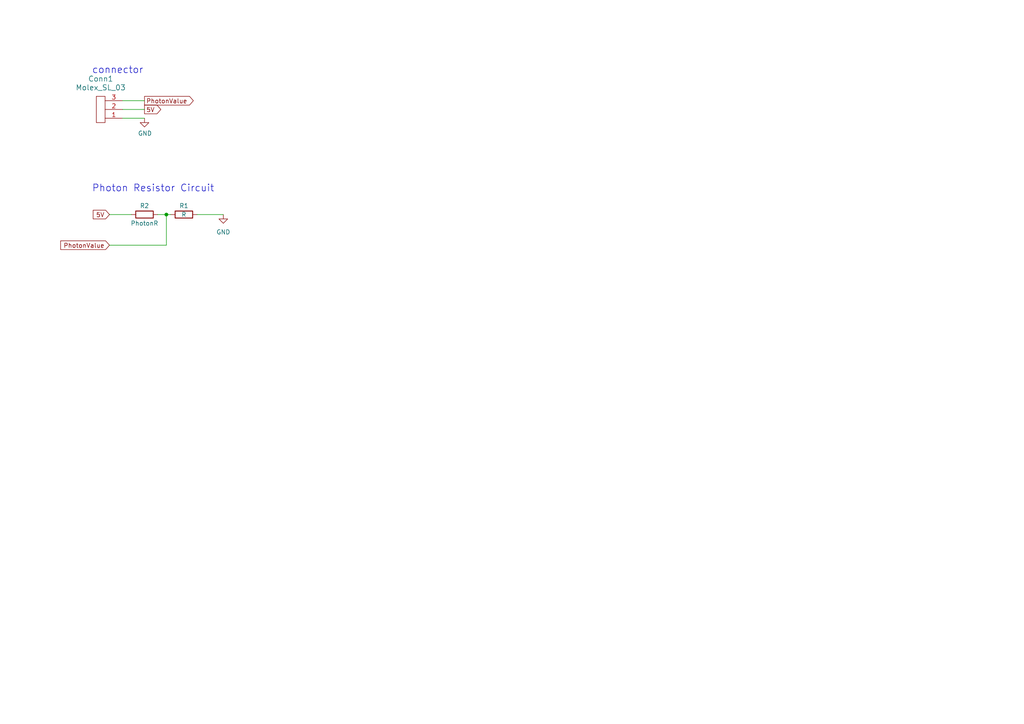
<source format=kicad_sch>
(kicad_sch (version 20230121) (generator eeschema)
  (paper "A4")
  (lib_symbols
    (symbol "Device:R" (pin_numbers hide) (pin_names (offset 0))
      (property "Reference" "R" (at 2.032 0 90))
      (property "Value" "R" (at 0 0 90))
      (symbol "R_0_1"
        (rectangle (start -1.016 -2.54) (end 1.016 2.54) (stroke (width 0.254)))
      )
      (symbol "R_1_1"
        (pin passive line (at 0 3.81 270) (length 1.27) (name "~") (number "1"))
        (pin passive line (at 0 -3.81 90) (length 1.27) (name "~") (number "2"))
      )
    )
    (symbol "MRDT_Connectors:Molex_SL_03" (pin_names (offset 1.016))
      (property "Reference" "Conn" (at 3.81 -1.27 0))
      (property "Value" "Molex_SL_03" (at 1.27 8.89 0))
      (symbol "Molex_SL_03_0_1"
        (rectangle (start 0 7.62) (end 2.54 0))
      )
      (symbol "Molex_SL_03_1_1"
        (pin input line (at -5.08 6.35 0) (length 5.08) (name "~") (number "1"))
        (pin input line (at -5.08 3.81 0) (length 5.08) (name "~") (number "2"))
        (pin input line (at -5.08 1.27 0) (length 5.08) (name "~") (number "3"))
      )
    )
    (symbol "power:GND" (power) (pin_names (offset 0))
      (property "Value" "GND" (at 0 -3.81 0))
      (symbol "GND_0_1"
        (polyline (pts (xy 0 0) (xy 0 -1.27) (xy 1.27 -1.27) (xy 0 -2.54) (xy -1.27 -1.27) (xy 0 -1.27)))
      )
      (symbol "GND_1_1"
        (pin power_in line (at 0 0 270) (length 0) hide (name "GND") (number "1"))
      )
    )
  )
  (junction (at 48.26 62.23))
  (wire (pts (xy 31.75 71.12) (xy 48.26 71.12)))
  (wire (pts (xy 57.15 62.23) (xy 64.77 62.23)))
  (wire (pts (xy 48.26 71.12) (xy 48.26 62.23)))
  (wire (pts (xy 35.56 34.29) (xy 41.91 34.29)))
  (wire (pts (xy 35.56 29.21) (xy 41.91 29.21)))
  (wire (pts (xy 35.56 31.75) (xy 41.91 31.75)))
  (wire (pts (xy 48.26 62.23) (xy 49.53 62.23)))
  (wire (pts (xy 31.75 62.23) (xy 38.1 62.23)))
  (wire (pts (xy 45.72 62.23) (xy 48.26 62.23)))
  (text "connector" (at 26.67 21.59 0) (effects (font (size 2 2)) (justify left bottom)))
  (text "Photon Resistor Circuit" (at 26.67 55.88 0) (effects (font (size 2 2)) (justify left bottom)))
  (global_label "PhotonValue" (shape output) (at 41.91 29.21 0) (property "Intersheetrefs" "${INTERSHEET_REFS}" (effects hide)))
  (global_label "5V" (shape input) (at 31.75 62.23 180) (property "Intersheetrefs" "${INTERSHEET_REFS}" (effects hide)))
  (global_label "PhotonValue" (shape input) (at 31.75 71.12 180) (property "Intersheetrefs" "${INTERSHEET_REFS}" (effects hide)))
  (global_label "5V" (shape output) (at 41.91 31.75 0) (property "Intersheetrefs" "${INTERSHEET_REFS}" (effects hide)))
  (symbol (lib_id "Device:R") (at 53.34 62.23 90) (unit 1)
    (property "Reference" "R1" (at 53.34 59.69 90))
    (property "Value" "R" (at 53.34 62.23 90))
  )
  (symbol (lib_id "MRDT_Connectors:Molex_SL_03") (at 30.48 27.94 180) (unit 1)
    (property "Reference" "Conn1" (at 29.21 22.86 0) (effects (font (size 1.524 1.524))))
    (property "Value" "Molex_SL_03" (at 29.21 25.4 0) (effects (font (size 1.524 1.524))))
  )
  (symbol (lib_id "power:GND") (at 41.91 34.29 0) (unit 1)
    (property "Reference" "#PWR02" (effects hide))
    (property "Value" "GND" (at 42.037 38.6842 0))
  )
  (symbol (lib_id "power:GND") (at 64.77 62.23 0) (unit 1)
    (property "Reference" "#PWR01" (effects hide))
    (property "Value" "GND" (at 64.77 67.31 0))
  )
  (symbol (lib_id "Device:R") (at 41.91 62.23 90) (unit 1)
    (property "Reference" "R2" (at 41.91 59.69 90))
    (property "Value" "PhotonR" (at 41.91 64.77 90))
  )
)
</source>
